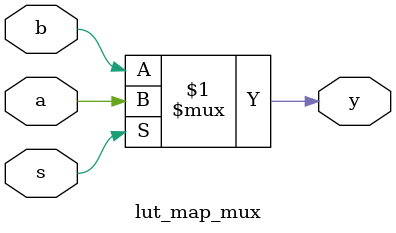
<source format=sv>
module lut_map_mux(
    input a, b, s,
    output y
);
    assign y = s ? a : b;
endmodule
</source>
